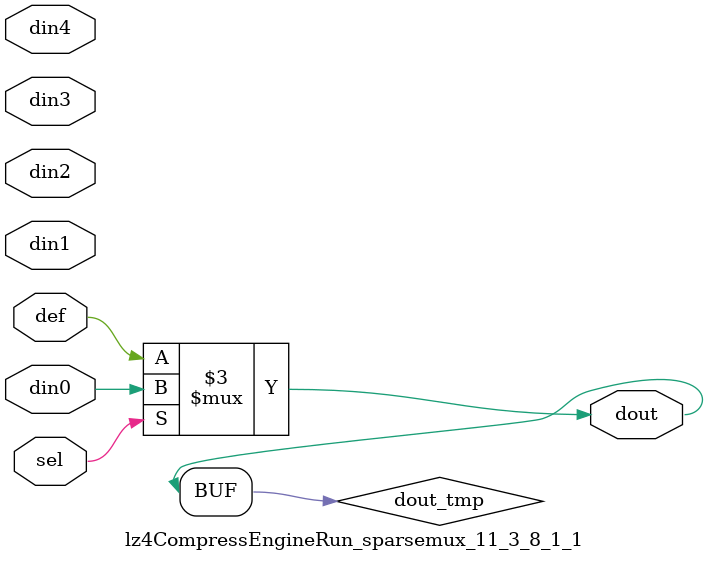
<source format=v>
`timescale 1ns / 1ps

module lz4CompressEngineRun_sparsemux_11_3_8_1_1 (din0,din1,din2,din3,din4,def,sel,dout);

parameter din0_WIDTH = 1;

parameter din1_WIDTH = 1;

parameter din2_WIDTH = 1;

parameter din3_WIDTH = 1;

parameter din4_WIDTH = 1;

parameter def_WIDTH = 1;
parameter sel_WIDTH = 1;
parameter dout_WIDTH = 1;

parameter [sel_WIDTH-1:0] CASE0 = 1;

parameter [sel_WIDTH-1:0] CASE1 = 1;

parameter [sel_WIDTH-1:0] CASE2 = 1;

parameter [sel_WIDTH-1:0] CASE3 = 1;

parameter [sel_WIDTH-1:0] CASE4 = 1;

parameter ID = 1;
parameter NUM_STAGE = 1;



input [din0_WIDTH-1:0] din0;

input [din1_WIDTH-1:0] din1;

input [din2_WIDTH-1:0] din2;

input [din3_WIDTH-1:0] din3;

input [din4_WIDTH-1:0] din4;

input [def_WIDTH-1:0] def;
input [sel_WIDTH-1:0] sel;

output [dout_WIDTH-1:0] dout;



reg [dout_WIDTH-1:0] dout_tmp;


always @ (*) begin
(* parallel_case *) case (sel)
    
    CASE0 : dout_tmp = din0;
    
    CASE1 : dout_tmp = din1;
    
    CASE2 : dout_tmp = din2;
    
    CASE3 : dout_tmp = din3;
    
    CASE4 : dout_tmp = din4;
    
    default : dout_tmp = def;
endcase
end


assign dout = dout_tmp;



endmodule

</source>
